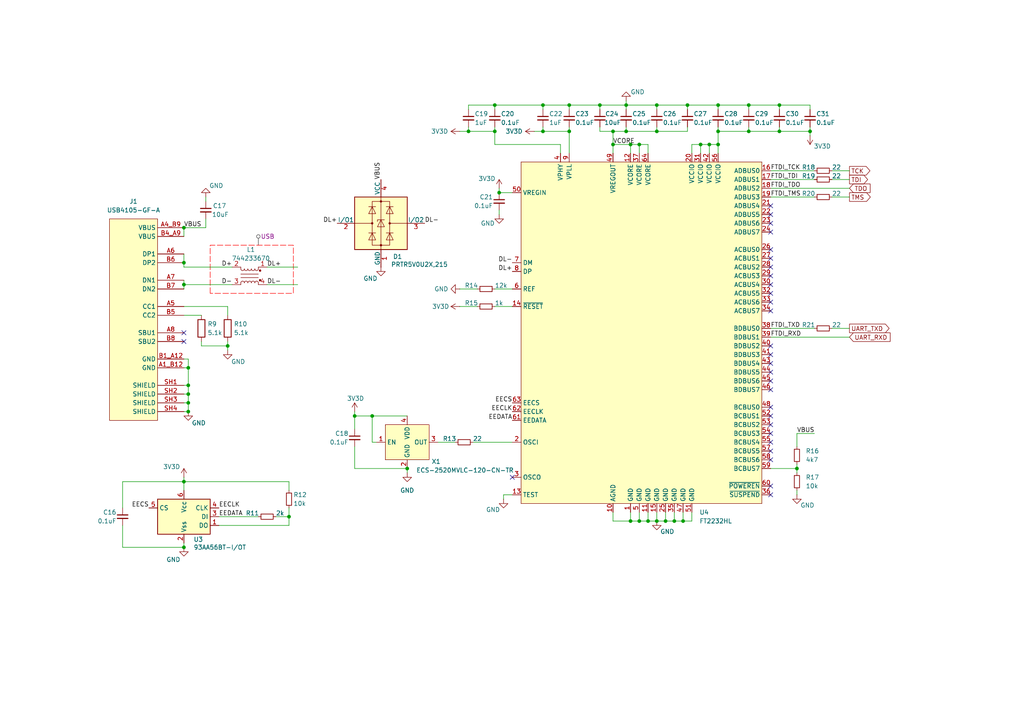
<source format=kicad_sch>
(kicad_sch (version 20250114) (generator "eeschema") (generator_version "9.0")
  (paper "A4")
  (lib_symbols
    (symbol "Device:C_Small" (pin_numbers (hide yes)) (pin_names (offset 0.254) (hide yes))
      (property "Reference" "C" (at 0.254 1.778 0))
      (property "Value" "C_Small" (at 0.254 -2.032 0))
      (symbol "C_Small_0_1"
        (polyline (pts (xy -1.524 0.508) (xy 1.524 0.508)) (stroke (width 0.3048)))
        (polyline (pts (xy -1.524 -0.508) (xy 1.524 -0.508)) (stroke (width 0.3302)))
      )
      (symbol "C_Small_1_1"
        (pin passive line (at 0 2.54 270) (length 2.032) (name "~") (number "1"))
        (pin passive line (at 0 -2.54 90) (length 2.032) (name "~") (number "2"))
      )
    )
    (symbol "Device:R" (pin_numbers (hide yes)) (pin_names (offset 0))
      (property "Reference" "R" (at 2.032 0 90))
      (property "Value" "R" (at 0 0 90))
      (symbol "R_0_1"
        (rectangle (start -1.016 -2.54) (end 1.016 2.54) (stroke (width 0.254)))
      )
      (symbol "R_1_1"
        (pin passive line (at 0 3.81 270) (length 1.27) (name "~") (number "1"))
        (pin passive line (at 0 -3.81 90) (length 1.27) (name "~") (number "2"))
      )
    )
    (symbol "Device:R_Small" (pin_numbers (hide yes)) (pin_names (offset 0.254) (hide yes))
      (property "Reference" "R" (at 0.762 0.508 0))
      (property "Value" "R_Small" (at 0.762 -1.016 0))
      (symbol "R_Small_0_1"
        (rectangle (start -0.762 1.778) (end 0.762 -1.778) (stroke (width 0.2032)))
      )
      (symbol "R_Small_1_1"
        (pin passive line (at 0 2.54 270) (length 0.762) (name "~") (number "1"))
        (pin passive line (at 0 -2.54 90) (length 0.762) (name "~") (number "2"))
      )
    )
    (symbol "Memory_EEPROM:93AAxxBT-xOT"
      (property "Reference" "U" (at -7.62 6.35 0))
      (property "Value" "93AAxxBT-xOT" (at 1.27 6.35 0))
      (symbol "93AAxxBT-xOT_1_1"
        (rectangle (start -7.62 5.08) (end 7.62 -5.08) (stroke (width 0.254)) (fill (type background)))
        (pin input line (at -10.16 2.54 0) (length 2.54) (name "CS") (number "5"))
        (pin power_in line (at 0 7.62 270) (length 2.54) (name "Vcc") (number "6"))
        (pin power_in line (at 0 -7.62 90) (length 2.54) (name "Vss") (number "2"))
        (pin input line (at 10.16 2.54 180) (length 2.54) (name "CLK") (number "4"))
        (pin input line (at 10.16 0 180) (length 2.54) (name "DI") (number "3"))
        (pin tri_state line (at 10.16 -2.54 180) (length 2.54) (name "DO") (number "1"))
      )
    )
    (symbol "Power_Protection:PRTR5V0U2X" (pin_names (offset 0))
      (property "Reference" "D" (at 2.794 8.636 0))
      (property "Value" "PRTR5V0U2X" (at 8.128 -9.398 0))
      (symbol "PRTR5V0U2X_0_1"
        (rectangle (start -7.62 -7.62) (end 7.62 7.62) (stroke (width 0.254)) (fill (type background)))
        (polyline (pts (xy -3.556 2.794) (xy -1.524 2.794) (xy -2.54 4.826) (xy -3.556 2.794)))
        (polyline (pts (xy -3.556 -4.826) (xy -1.524 -4.826) (xy -2.54 -2.794) (xy -3.556 -4.826)))
        (rectangle (start -2.54 6.35) (end 2.54 -6.35))
        (circle (center -2.54 0) (radius 0.254) (fill (type outline)))
        (polyline (pts (xy -2.54 0) (xy -7.62 0)))
        (polyline (pts (xy -1.524 4.826) (xy -3.556 4.826)))
        (polyline (pts (xy -1.524 -2.794) (xy -3.556 -2.794)))
        (polyline (pts (xy -1.016 -1.016) (xy 1.016 -1.016) (xy 0 1.016) (xy -1.016 -1.016)))
        (circle (center 0 6.35) (radius 0.254) (fill (type outline)))
        (circle (center 0 -6.35) (radius 0.254) (fill (type outline)))
        (polyline (pts (xy 0 -7.62) (xy 0 7.62)))
        (polyline (pts (xy 1.016 1.016) (xy -1.016 1.016) (xy -1.016 0.508)))
        (polyline (pts (xy 1.524 4.826) (xy 3.556 4.826)))
        (polyline (pts (xy 1.524 -2.794) (xy 3.556 -2.794)))
        (polyline (pts (xy 2.54 0) (xy 7.62 0)))
        (circle (center 2.54 0) (radius 0.254) (fill (type outline)))
        (polyline (pts (xy 3.556 2.794) (xy 1.524 2.794) (xy 2.54 4.826) (xy 3.556 2.794)))
        (polyline (pts (xy 3.556 -4.826) (xy 1.524 -4.826) (xy 2.54 -2.794) (xy 3.556 -4.826)))
      )
      (symbol "PRTR5V0U2X_1_1"
        (pin passive line (at -12.7 0 0) (length 5.08) (name "I/O1") (number "2"))
        (pin passive line (at 0 12.7 270) (length 5.08) (name "VCC") (number "4"))
        (pin passive line (at 0 -12.7 90) (length 5.08) (name "GND") (number "1"))
        (pin passive line (at 12.7 0 180) (length 5.08) (name "I/O2") (number "3"))
      )
    )
    (symbol "lib:744233670" (pin_names (hide yes))
      (property "Reference" "L?" (at 0 0 0))
      (property "Value" "744233670" (at 0.508 -2.032 0))
      (symbol "744233670_1_1"
        (polyline (pts (xy -2.54 8.89) (xy -2.54 8.382)))
        (polyline (pts (xy -2.54 5.842) (xy 2.54 5.842)))
        (polyline (pts (xy -2.54 4.318) (xy -2.54 3.81)))
        (arc (start -1.524 8.382) (mid -2.032 7.8762) (end -2.54 8.382))
        (arc (start -2.54 4.318) (mid -2.032 4.8238) (end -1.524 4.318))
        (arc (start -0.508 8.382) (mid -1.016 7.8762) (end -1.524 8.382))
        (arc (start -1.524 4.318) (mid -1.016 4.8238) (end -0.508 4.318))
        (arc (start 0.508 8.382) (mid 0 7.8762) (end -0.508 8.382))
        (arc (start -0.508 4.318) (mid 0 4.8238) (end 0.508 4.318))
        (arc (start 1.524 8.382) (mid 1.016 7.8762) (end 0.508 8.382))
        (arc (start 0.508 4.318) (mid 1.016 4.8238) (end 1.524 4.318))
        (arc (start 2.54 8.382) (mid 2.032 7.8762) (end 1.524 8.382))
        (arc (start 1.524 4.318) (mid 2.032 4.8238) (end 2.54 4.318))
        (polyline (pts (xy 2.54 8.382) (xy 2.54 8.89)))
        (polyline (pts (xy 2.54 6.858) (xy -2.54 6.858)))
        (polyline (pts (xy 2.54 4.318) (xy 2.54 3.81)))
        (circle (center 3.048 7.874) (radius 0.254) (fill (type outline)))
        (circle (center 3.048 5.08) (radius 0.254) (fill (type outline)))
        (pin passive line (at -5.08 8.89 0) (length 2.54) (name "2") (number "2"))
        (pin passive line (at -5.08 3.81 0) (length 2.54) (name "3") (number "3"))
        (pin passive line (at 5.08 8.89 180) (length 2.54) (name "1") (number "1"))
        (pin passive line (at 5.08 3.81 180) (length 2.54) (name "4") (number "4"))
      )
    )
    (symbol "lib:ECS-2520MVLC-120"
      (property "Reference" "X?" (at -22.098 -7.112 0))
      (property "Value" "ECS-2520MVLC-120" (at -13.97 -9.906 0))
      (symbol "ECS-2520MVLC-120_1_1"
        (rectangle (start -6.35 5.08) (end 6.35 -5.08) (fill (type background)))
        (pin input line (at -8.89 0 0) (length 2.54) (name "EN") (number "1"))
        (pin power_in line (at 0 7.62 270) (length 2.54) (name "VDD") (number "4"))
        (pin power_in line (at 0 -7.62 90) (length 2.54) (name "GND") (number "2"))
        (pin output line (at 8.89 0 180) (length 2.54) (name "OUT") (number "3"))
      )
    )
    (symbol "lib:FT2232HL"
      (property "Reference" "U?" (at -9.144 -59.182 0))
      (property "Value" "FT2232HL" (at -5.842 -60.96 0))
      (symbol "FT2232HL_1_1"
        (rectangle (start -36.83 57.15) (end 33.02 -41.91) (fill (type background)))
        (pin power_in line (at -39.37 48.26 0) (length 2.54) (name "VREGIN") (number "50"))
        (pin bidirectional line (at -39.37 27.94 0) (length 2.54) (name "DM") (number "7"))
        (pin bidirectional line (at -39.37 25.4 0) (length 2.54) (name "DP") (number "8"))
        (pin input line (at -39.37 20.32 0) (length 2.54) (name "REF") (number "6"))
        (pin input line (at -39.37 15.24 0) (length 2.54) (name "~{RESET}") (number "14"))
        (pin bidirectional line (at -39.37 -12.7 0) (length 2.54) (name "EECS") (number "63"))
        (pin output line (at -39.37 -15.24 0) (length 2.54) (name "EECLK") (number "62"))
        (pin bidirectional line (at -39.37 -17.78 0) (length 2.54) (name "EEDATA") (number "61"))
        (pin input line (at -39.37 -24.13 0) (length 2.54) (name "OSCI") (number "2"))
        (pin output line (at -39.37 -34.29 0) (length 2.54) (name "OSCO") (number "3"))
        (pin input line (at -39.37 -39.37 0) (length 2.54) (name "TEST") (number "13"))
        (pin power_in line (at -25.4 59.69 270) (length 2.54) (name "VPHY") (number "4"))
        (pin power_in line (at -22.86 59.69 270) (length 2.54) (name "VPLL") (number "9"))
        (pin power_out line (at -10.16 59.69 270) (length 2.54) (name "VREGOUT") (number "49"))
        (pin power_in line (at -10.16 -44.45 90) (length 2.54) (name "AGND") (number "10"))
        (pin power_in line (at -5.08 59.69 270) (length 2.54) (name "VCORE") (number "12"))
        (pin power_in line (at -5.08 -44.45 90) (length 2.54) (name "GND") (number "1"))
        (pin power_in line (at -2.54 59.69 270) (length 2.54) (name "VCORE") (number "37"))
        (pin power_in line (at -2.54 -44.45 90) (length 2.54) (name "GND") (number "5"))
        (pin power_in line (at 0 59.69 270) (length 2.54) (name "VCORE") (number "64"))
        (pin power_in line (at 0 -44.45 90) (length 2.54) (name "GND") (number "11"))
        (pin power_in line (at 2.54 -44.45 90) (length 2.54) (name "GND") (number "15"))
        (pin power_in line (at 5.08 -44.45 90) (length 2.54) (name "GND") (number "25"))
        (pin power_in line (at 7.62 -44.45 90) (length 2.54) (name "GND") (number "35"))
        (pin power_in line (at 10.16 -44.45 90) (length 2.54) (name "GND") (number "47"))
        (pin power_in line (at 12.7 59.69 270) (length 2.54) (name "VCCIO") (number "20"))
        (pin power_in line (at 12.7 -44.45 90) (length 2.54) (name "GND") (number "51"))
        (pin power_in line (at 15.24 59.69 270) (length 2.54) (name "VCCIO") (number "31"))
        (pin power_in line (at 17.78 59.69 270) (length 2.54) (name "VCCIO") (number "42"))
        (pin power_in line (at 20.32 59.69 270) (length 2.54) (name "VCCIO") (number "56"))
        (pin bidirectional line (at 35.56 54.61 180) (length 2.54) (name "ADBUS0") (number "16"))
        (pin bidirectional line (at 35.56 52.07 180) (length 2.54) (name "ADBUS1") (number "17"))
        (pin bidirectional line (at 35.56 49.53 180) (length 2.54) (name "ADBUS2") (number "18"))
        (pin bidirectional line (at 35.56 46.99 180) (length 2.54) (name "ADBUS3") (number "19"))
        (pin bidirectional line (at 35.56 44.45 180) (length 2.54) (name "ADBUS4") (number "21"))
        (pin bidirectional line (at 35.56 41.91 180) (length 2.54) (name "ADBUS5") (number "22"))
        (pin bidirectional line (at 35.56 39.37 180) (length 2.54) (name "ADBUS6") (number "23"))
        (pin bidirectional line (at 35.56 36.83 180) (length 2.54) (name "ADBUS7") (number "24"))
        (pin bidirectional line (at 35.56 31.75 180) (length 2.54) (name "ACBUS0") (number "26"))
        (pin bidirectional line (at 35.56 29.21 180) (length 2.54) (name "ACBUS1") (number "27"))
        (pin bidirectional line (at 35.56 26.67 180) (length 2.54) (name "ACBUS2") (number "28"))
        (pin bidirectional line (at 35.56 24.13 180) (length 2.54) (name "ACBUS3") (number "29"))
        (pin bidirectional line (at 35.56 21.59 180) (length 2.54) (name "ACBUS4") (number "30"))
        (pin bidirectional line (at 35.56 19.05 180) (length 2.54) (name "ACBUS5") (number "32"))
        (pin bidirectional line (at 35.56 16.51 180) (length 2.54) (name "ACBUS6") (number "33"))
        (pin bidirectional line (at 35.56 13.97 180) (length 2.54) (name "ACBUS7") (number "34"))
        (pin bidirectional line (at 35.56 8.89 180) (length 2.54) (name "BDBUS0") (number "38"))
        (pin bidirectional line (at 35.56 6.35 180) (length 2.54) (name "BDBUS1") (number "39"))
        (pin bidirectional line (at 35.56 3.81 180) (length 2.54) (name "BDBUS2") (number "40"))
        (pin bidirectional line (at 35.56 1.27 180) (length 2.54) (name "BDBUS3") (number "41"))
        (pin bidirectional line (at 35.56 -1.27 180) (length 2.54) (name "BDBUS4") (number "43"))
        (pin bidirectional line (at 35.56 -3.81 180) (length 2.54) (name "BDBUS5") (number "44"))
        (pin bidirectional line (at 35.56 -6.35 180) (length 2.54) (name "BDBUS6") (number "45"))
        (pin bidirectional line (at 35.56 -8.89 180) (length 2.54) (name "BDBUS7") (number "46"))
        (pin bidirectional line (at 35.56 -13.97 180) (length 2.54) (name "BCBUS0") (number "48"))
        (pin bidirectional line (at 35.56 -16.51 180) (length 2.54) (name "BCBUS1") (number "52"))
        (pin bidirectional line (at 35.56 -19.05 180) (length 2.54) (name "BCBUS2") (number "53"))
        (pin bidirectional line (at 35.56 -21.59 180) (length 2.54) (name "BCBUS3") (number "54"))
        (pin bidirectional line (at 35.56 -24.13 180) (length 2.54) (name "BCBUS4") (number "55"))
        (pin bidirectional line (at 35.56 -26.67 180) (length 2.54) (name "BCBUS5") (number "57"))
        (pin bidirectional line (at 35.56 -29.21 180) (length 2.54) (name "BCBUS6") (number "58"))
        (pin bidirectional line (at 35.56 -31.75 180) (length 2.54) (name "BCBUS7") (number "59"))
        (pin output line (at 35.56 -36.83 180) (length 2.54) (name "~{POWEREN}") (number "60"))
        (pin output line (at 35.56 -39.37 180) (length 2.54) (name "~{SUSPEND}") (number "36"))
      )
    )
    (symbol "lib:USB4105-GF-A"
      (property "Reference" "J?" (at 16.51 -4.572 0))
      (property "Value" "USB4105-GF-A" (at 16.256 -6.604 0))
      (symbol "USB4105-GF-A_1_1"
        (rectangle (start 8.89 55.88) (end 22.86 -2.54) (fill (type background)))
        (pin power_in line (at 30.48 53.34 180) (length 7.62) (name "VBUS") (number "A4_B9"))
        (pin power_in line (at 30.48 50.8 180) (length 7.62) (name "VBUS") (number "B4_A9"))
        (pin bidirectional line (at 30.48 45.72 180) (length 7.62) (name "DP1") (number "A6"))
        (pin bidirectional line (at 30.48 43.18 180) (length 7.62) (name "DP2") (number "B6"))
        (pin bidirectional line (at 30.48 38.1 180) (length 7.62) (name "DN1") (number "A7"))
        (pin bidirectional line (at 30.48 35.56 180) (length 7.62) (name "DN2") (number "B7"))
        (pin input line (at 30.48 30.48 180) (length 7.62) (name "CC1") (number "A5"))
        (pin input line (at 30.48 27.94 180) (length 7.62) (name "CC2") (number "B5"))
        (pin input line (at 30.48 22.86 180) (length 7.62) (name "SBU1") (number "A8"))
        (pin input line (at 30.48 20.32 180) (length 7.62) (name "SBU2") (number "B8"))
        (pin power_in line (at 30.48 15.24 180) (length 7.62) (name "GND") (number "B1_A12"))
        (pin power_in line (at 30.48 12.7 180) (length 7.62) (name "GND") (number "A1_B12"))
        (pin passive line (at 30.48 7.62 180) (length 7.62) (name "SHIELD") (number "SH1"))
        (pin passive line (at 30.48 5.08 180) (length 7.62) (name "SHIELD") (number "SH2"))
        (pin passive line (at 30.48 2.54 180) (length 7.62) (name "SHIELD") (number "SH3"))
        (pin passive line (at 30.48 0 180) (length 7.62) (name "SHIELD") (number "SH4"))
      )
    )
    (symbol "power:+3V3" (power) (pin_numbers (hide yes)) (pin_names (offset 0) (hide yes))
      (property "Value" "+3V3" (at 0 3.556 0))
      (symbol "+3V3_0_1"
        (polyline (pts (xy -0.762 1.27) (xy 0 2.54)))
        (polyline (pts (xy 0 2.54) (xy 0.762 1.27)))
        (polyline (pts (xy 0 0) (xy 0 2.54)))
      )
      (symbol "+3V3_1_1"
        (pin power_in line (at 0 0 90) (length 0) (name "~") (number "1"))
      )
    )
    (symbol "power:GND" (power) (pin_numbers (hide yes)) (pin_names (offset 0) (hide yes))
      (property "Value" "GND" (at 0 -3.81 0))
      (symbol "GND_0_1"
        (polyline (pts (xy 0 0) (xy 0 -1.27) (xy 1.27 -1.27) (xy 0 -2.54) (xy -1.27 -1.27) (xy 0 -1.27)))
      )
      (symbol "GND_1_1"
        (pin power_in line (at 0 0 270) (length 0) (name "~") (number "1"))
      )
    )
  )
  (junction (at 199.39 30.48))
  (junction (at 182.88 41.91))
  (junction (at 53.34 66.04))
  (junction (at 102.87 120.65))
  (junction (at 53.34 76.2))
  (junction (at 190.5 38.1))
  (junction (at 190.5 151.13))
  (junction (at 157.48 30.48))
  (junction (at 165.1 30.48))
  (junction (at 185.42 151.13))
  (junction (at 198.12 151.13))
  (junction (at 157.48 38.1))
  (junction (at 234.95 38.1))
  (junction (at 173.99 30.48))
  (junction (at 165.1 38.1))
  (junction (at 181.61 38.1))
  (junction (at 54.61 106.68))
  (junction (at 217.17 38.1))
  (junction (at 54.61 111.76))
  (junction (at 208.28 38.1))
  (junction (at 53.34 82.55))
  (junction (at 144.78 55.88))
  (junction (at 54.61 114.3))
  (junction (at 53.34 139.7))
  (junction (at 143.51 30.48))
  (junction (at 177.8 38.1))
  (junction (at 54.61 119.38))
  (junction (at 53.34 158.75))
  (junction (at 118.11 135.89))
  (junction (at 135.89 38.1))
  (junction (at 193.04 151.13))
  (junction (at 66.04 100.33))
  (junction (at 190.5 30.48))
  (junction (at 231.14 135.89))
  (junction (at 205.74 41.91))
  (junction (at 203.2 41.91))
  (junction (at 208.28 41.91))
  (junction (at 187.96 151.13))
  (junction (at 83.82 149.86))
  (junction (at 177.8 41.91))
  (junction (at 208.28 30.48))
  (junction (at 143.51 38.1))
  (junction (at 226.06 38.1))
  (junction (at 182.88 151.13))
  (junction (at 181.61 30.48))
  (junction (at 54.61 116.84))
  (junction (at 195.58 151.13))
  (junction (at 107.95 120.65))
  (junction (at 185.42 41.91))
  (junction (at 217.17 30.48))
  (junction (at 226.06 30.48))
  (no_connect (at 223.52 130.81))
  (no_connect (at 223.52 143.51))
  (no_connect (at 223.52 59.69))
  (no_connect (at 223.52 77.47))
  (no_connect (at 223.52 123.19))
  (no_connect (at 53.34 96.52))
  (no_connect (at 223.52 128.27))
  (no_connect (at 223.52 80.01))
  (no_connect (at 223.52 100.33))
  (no_connect (at 223.52 133.35))
  (no_connect (at 223.52 62.23))
  (no_connect (at 148.59 138.43))
  (no_connect (at 223.52 82.55))
  (no_connect (at 223.52 125.73))
  (no_connect (at 223.52 140.97))
  (no_connect (at 223.52 102.87))
  (no_connect (at 223.52 87.63))
  (no_connect (at 223.52 64.77))
  (no_connect (at 223.52 90.17))
  (no_connect (at 223.52 118.11))
  (no_connect (at 223.52 120.65))
  (no_connect (at 223.52 74.93))
  (no_connect (at 223.52 105.41))
  (no_connect (at 223.52 107.95))
  (no_connect (at 223.52 67.31))
  (no_connect (at 223.52 85.09))
  (no_connect (at 223.52 72.39))
  (no_connect (at 223.52 110.49))
  (no_connect (at 53.34 99.06))
  (no_connect (at 223.52 113.03))
  (wire (pts (xy 217.17 36.83) (xy 217.17 38.1)))
  (wire (pts (xy 54.61 114.3) (xy 54.61 116.84)))
  (wire (pts (xy 102.87 120.65) (xy 102.87 124.46)))
  (wire (pts (xy 143.51 30.48) (xy 157.48 30.48)))
  (wire (pts (xy 173.99 30.48) (xy 181.61 30.48)))
  (wire (pts (xy 200.66 41.91) (xy 203.2 41.91)))
  (wire (pts (xy 208.28 41.91) (xy 208.28 44.45)))
  (wire (pts (xy 53.34 81.28) (xy 53.34 82.55)))
  (wire (pts (xy 185.42 148.59) (xy 185.42 151.13)))
  (wire (pts (xy 157.48 31.75) (xy 157.48 30.48)))
  (wire (pts (xy 208.28 30.48) (xy 217.17 30.48)))
  (wire (pts (xy 205.74 41.91) (xy 208.28 41.91)))
  (wire (pts (xy 190.5 30.48) (xy 190.5 31.75)))
  (wire (pts (xy 63.5 149.86) (xy 74.93 149.86)))
  (wire (pts (xy 182.88 41.91) (xy 177.8 41.91)))
  (wire (pts (xy 157.48 38.1) (xy 165.1 38.1)))
  (wire (pts (xy 53.34 116.84) (xy 54.61 116.84)))
  (wire (pts (xy 165.1 30.48) (xy 165.1 31.75)))
  (wire (pts (xy 199.39 30.48) (xy 199.39 31.75)))
  (wire (pts (xy 133.35 88.9) (xy 138.43 88.9)))
  (wire (pts (xy 200.66 151.13) (xy 200.66 148.59)))
  (wire (pts (xy 143.51 88.9) (xy 148.59 88.9)))
  (wire (pts (xy 193.04 148.59) (xy 193.04 151.13)))
  (wire (pts (xy 35.56 147.32) (xy 35.56 139.7)))
  (wire (pts (xy 241.3 57.15) (xy 246.38 57.15)))
  (wire (pts (xy 59.69 66.04) (xy 59.69 63.5)))
  (wire (pts (xy 223.52 49.53) (xy 236.22 49.53)))
  (wire (pts (xy 177.8 38.1) (xy 177.8 41.91)))
  (wire (pts (xy 234.95 36.83) (xy 234.95 38.1)))
  (wire (pts (xy 66.04 99.06) (xy 66.04 100.33)))
  (wire (pts (xy 53.34 106.68) (xy 54.61 106.68)))
  (wire (pts (xy 144.78 55.88) (xy 148.59 55.88)))
  (wire (pts (xy 187.96 44.45) (xy 187.96 41.91)))
  (wire (pts (xy 187.96 148.59) (xy 187.96 151.13)))
  (wire (pts (xy 54.61 111.76) (xy 54.61 114.3)))
  (wire (pts (xy 133.35 38.1) (xy 135.89 38.1)))
  (wire (pts (xy 223.52 52.07) (xy 236.22 52.07)))
  (wire (pts (xy 53.34 82.55) (xy 67.31 82.55)))
  (wire (pts (xy 83.82 139.7) (xy 83.82 142.24)))
  (wire (pts (xy 190.5 36.83) (xy 190.5 38.1)))
  (wire (pts (xy 53.34 142.24) (xy 53.34 139.7)))
  (wire (pts (xy 195.58 151.13) (xy 198.12 151.13)))
  (wire (pts (xy 181.61 30.48) (xy 181.61 31.75)))
  (wire (pts (xy 187.96 151.13) (xy 190.5 151.13)))
  (wire (pts (xy 190.5 151.13) (xy 193.04 151.13)))
  (wire (pts (xy 185.42 41.91) (xy 182.88 41.91)))
  (wire (pts (xy 53.34 91.44) (xy 58.42 91.44)))
  (wire (pts (xy 177.8 151.13) (xy 182.88 151.13)))
  (wire (pts (xy 177.8 38.1) (xy 173.99 38.1)))
  (wire (pts (xy 53.34 111.76) (xy 54.61 111.76)))
  (wire (pts (xy 53.34 114.3) (xy 54.61 114.3)))
  (wire (pts (xy 66.04 88.9) (xy 66.04 91.44)))
  (wire (pts (xy 231.14 125.73) (xy 236.22 125.73)))
  (wire (pts (xy 199.39 36.83) (xy 199.39 38.1)))
  (wire (pts (xy 59.69 57.15) (xy 59.69 58.42)))
  (wire (pts (xy 241.3 49.53) (xy 246.38 49.53)))
  (wire (pts (xy 53.34 158.75) (xy 53.34 157.48)))
  (wire (pts (xy 226.06 36.83) (xy 226.06 38.1)))
  (wire (pts (xy 205.74 41.91) (xy 205.74 44.45)))
  (wire (pts (xy 80.01 149.86) (xy 83.82 149.86)))
  (wire (pts (xy 157.48 36.83) (xy 157.48 38.1)))
  (wire (pts (xy 190.5 30.48) (xy 199.39 30.48)))
  (wire (pts (xy 53.34 82.55) (xy 53.34 83.82)))
  (wire (pts (xy 77.47 82.55) (xy 86.36 82.55)))
  (wire (pts (xy 190.5 148.59) (xy 190.5 151.13)))
  (wire (pts (xy 185.42 41.91) (xy 185.42 44.45)))
  (wire (pts (xy 182.88 151.13) (xy 185.42 151.13)))
  (wire (pts (xy 234.95 30.48) (xy 234.95 31.75)))
  (wire (pts (xy 143.51 83.82) (xy 148.59 83.82)))
  (wire (pts (xy 223.52 95.25) (xy 236.22 95.25)))
  (wire (pts (xy 58.42 99.06) (xy 58.42 100.33)))
  (wire (pts (xy 165.1 38.1) (xy 165.1 44.45)))
  (wire (pts (xy 162.56 44.45) (xy 162.56 41.91)))
  (wire (pts (xy 231.14 129.54) (xy 231.14 125.73)))
  (wire (pts (xy 198.12 148.59) (xy 198.12 151.13)))
  (wire (pts (xy 102.87 135.89) (xy 118.11 135.89)))
  (wire (pts (xy 226.06 30.48) (xy 226.06 31.75)))
  (wire (pts (xy 148.59 143.51) (xy 146.05 143.51)))
  (wire (pts (xy 182.88 148.59) (xy 182.88 151.13)))
  (wire (pts (xy 58.42 100.33) (xy 66.04 100.33)))
  (wire (pts (xy 231.14 135.89) (xy 231.14 134.62)))
  (wire (pts (xy 223.52 54.61) (xy 246.38 54.61)))
  (wire (pts (xy 181.61 38.1) (xy 177.8 38.1)))
  (wire (pts (xy 234.95 39.37) (xy 234.95 38.1)))
  (wire (pts (xy 35.56 158.75) (xy 53.34 158.75)))
  (wire (pts (xy 226.06 30.48) (xy 234.95 30.48)))
  (wire (pts (xy 83.82 149.86) (xy 83.82 147.32)))
  (wire (pts (xy 53.34 88.9) (xy 66.04 88.9)))
  (wire (pts (xy 203.2 41.91) (xy 205.74 41.91)))
  (wire (pts (xy 162.56 41.91) (xy 143.51 41.91)))
  (wire (pts (xy 54.61 104.14) (xy 54.61 106.68)))
  (wire (pts (xy 199.39 30.48) (xy 208.28 30.48)))
  (wire (pts (xy 102.87 120.65) (xy 107.95 120.65)))
  (wire (pts (xy 203.2 41.91) (xy 203.2 44.45)))
  (wire (pts (xy 53.34 77.47) (xy 67.31 77.47)))
  (wire (pts (xy 208.28 38.1) (xy 208.28 41.91)))
  (wire (pts (xy 157.48 30.48) (xy 165.1 30.48)))
  (wire (pts (xy 226.06 38.1) (xy 217.17 38.1)))
  (wire (pts (xy 144.78 62.23) (xy 144.78 60.96)))
  (wire (pts (xy 109.22 128.27) (xy 107.95 128.27)))
  (wire (pts (xy 231.14 143.51) (xy 231.14 142.24)))
  (wire (pts (xy 231.14 137.16) (xy 231.14 135.89)))
  (wire (pts (xy 154.94 38.1) (xy 157.48 38.1)))
  (wire (pts (xy 102.87 119.38) (xy 102.87 120.65)))
  (wire (pts (xy 177.8 148.59) (xy 177.8 151.13)))
  (wire (pts (xy 63.5 152.4) (xy 83.82 152.4)))
  (wire (pts (xy 190.5 38.1) (xy 181.61 38.1)))
  (wire (pts (xy 177.8 41.91) (xy 177.8 44.45)))
  (wire (pts (xy 133.35 83.82) (xy 138.43 83.82)))
  (wire (pts (xy 181.61 29.21) (xy 181.61 30.48)))
  (wire (pts (xy 181.61 30.48) (xy 190.5 30.48)))
  (wire (pts (xy 135.89 36.83) (xy 135.89 38.1)))
  (wire (pts (xy 144.78 54.61) (xy 144.78 55.88)))
  (wire (pts (xy 107.95 120.65) (xy 118.11 120.65)))
  (wire (pts (xy 173.99 36.83) (xy 173.99 38.1)))
  (wire (pts (xy 173.99 31.75) (xy 173.99 30.48)))
  (wire (pts (xy 217.17 30.48) (xy 226.06 30.48)))
  (wire (pts (xy 193.04 151.13) (xy 195.58 151.13)))
  (wire (pts (xy 77.47 77.47) (xy 86.36 77.47)))
  (wire (pts (xy 208.28 31.75) (xy 208.28 30.48)))
  (wire (pts (xy 165.1 30.48) (xy 173.99 30.48)))
  (wire (pts (xy 54.61 116.84) (xy 54.61 119.38)))
  (wire (pts (xy 208.28 36.83) (xy 208.28 38.1)))
  (wire (pts (xy 66.04 101.6) (xy 66.04 100.33)))
  (wire (pts (xy 187.96 41.91) (xy 185.42 41.91)))
  (wire (pts (xy 217.17 38.1) (xy 208.28 38.1)))
  (wire (pts (xy 53.34 73.66) (xy 53.34 76.2)))
  (wire (pts (xy 143.51 30.48) (xy 143.51 31.75)))
  (wire (pts (xy 223.52 97.79) (xy 246.38 97.79)))
  (wire (pts (xy 137.16 128.27) (xy 148.59 128.27)))
  (wire (pts (xy 165.1 38.1) (xy 165.1 36.83)))
  (wire (pts (xy 135.89 31.75) (xy 135.89 30.48)))
  (wire (pts (xy 143.51 38.1) (xy 143.51 36.83)))
  (wire (pts (xy 35.56 139.7) (xy 53.34 139.7)))
  (wire (pts (xy 199.39 38.1) (xy 190.5 38.1)))
  (wire (pts (xy 53.34 139.7) (xy 83.82 139.7)))
  (wire (pts (xy 135.89 30.48) (xy 143.51 30.48)))
  (wire (pts (xy 198.12 151.13) (xy 200.66 151.13)))
  (wire (pts (xy 53.34 66.04) (xy 53.34 68.58)))
  (wire (pts (xy 182.88 41.91) (xy 182.88 44.45)))
  (wire (pts (xy 146.05 143.51) (xy 146.05 144.78)))
  (wire (pts (xy 195.58 148.59) (xy 195.58 151.13)))
  (wire (pts (xy 118.11 137.16) (xy 118.11 135.89)))
  (wire (pts (xy 135.89 38.1) (xy 143.51 38.1)))
  (wire (pts (xy 185.42 151.13) (xy 187.96 151.13)))
  (wire (pts (xy 217.17 30.48) (xy 217.17 31.75)))
  (wire (pts (xy 223.52 57.15) (xy 236.22 57.15)))
  (wire (pts (xy 35.56 152.4) (xy 35.56 158.75)))
  (wire (pts (xy 102.87 129.54) (xy 102.87 135.89)))
  (wire (pts (xy 143.51 41.91) (xy 143.51 38.1)))
  (wire (pts (xy 127 128.27) (xy 132.08 128.27)))
  (wire (pts (xy 53.34 138.43) (xy 53.34 139.7)))
  (wire (pts (xy 54.61 106.68) (xy 54.61 111.76)))
  (wire (pts (xy 181.61 36.83) (xy 181.61 38.1)))
  (wire (pts (xy 53.34 104.14) (xy 54.61 104.14)))
  (wire (pts (xy 241.3 95.25) (xy 246.38 95.25)))
  (wire (pts (xy 83.82 152.4) (xy 83.82 149.86)))
  (wire (pts (xy 53.34 66.04) (xy 59.69 66.04)))
  (wire (pts (xy 234.95 38.1) (xy 226.06 38.1)))
  (wire (pts (xy 241.3 52.07) (xy 246.38 52.07)))
  (wire (pts (xy 54.61 119.38) (xy 53.34 119.38)))
  (wire (pts (xy 223.52 135.89) (xy 231.14 135.89)))
  (wire (pts (xy 107.95 128.27) (xy 107.95 120.65)))
  (wire (pts (xy 53.34 76.2) (xy 53.34 77.47)))
  (wire (pts (xy 200.66 44.45) (xy 200.66 41.91)))
  (label "FTDI_TXD" (at 223.52 95.25 0))
  (label "DL-" (at 148.59 76.2 180))
  (label "FTDI_TMS" (at 223.52 57.15 0))
  (label "DL+" (at 77.47 77.47 0))
  (label "VBUS" (at 231.14 125.73 0))
  (label "D+" (at 67.31 77.47 180))
  (label "DL-" (at 77.47 82.55 0))
  (label "EECS" (at 43.18 147.32 180))
  (label "DL+" (at 97.79 64.77 180))
  (label "FTDI_TDO" (at 223.52 54.61 0))
  (label "VCORE" (at 177.8 41.91 0))
  (label "FTDI_RXD" (at 223.52 97.79 0))
  (label "DL-" (at 123.19 64.77 0))
  (label "EEDATA" (at 148.59 121.92 180))
  (label "DL+" (at 148.59 78.74 180))
  (label "EECLK" (at 63.5 147.32 0))
  (label "VBUS" (at 53.34 66.04 0))
  (label "FTDI_TCK" (at 223.52 49.53 0))
  (label "D-" (at 67.31 82.55 180))
  (label "FTDI_TDI" (at 223.52 52.07 0))
  (label "EECS" (at 148.59 116.84 180))
  (label "EECLK" (at 148.59 119.38 180))
  (label "EEDATA" (at 63.5 149.86 0))
  (label "VBUS" (at 110.49 52.07 90))
  (global_label "TDO" (shape input) (at 246.38 54.61 0) (property "Intersheetrefs" "${INTERSHEET_REFS}" (effects (hide yes))))
  (global_label "TCK" (shape output) (at 246.38 49.53 0) (property "Intersheetrefs" "${INTERSHEET_REFS}" (effects (hide yes))))
  (global_label "UART_RXD" (shape input) (at 246.38 97.79 0) (property "Intersheetrefs" "${INTERSHEET_REFS}" (effects (hide yes))))
  (global_label "UART_TXD" (shape output) (at 246.38 95.25 0) (property "Intersheetrefs" "${INTERSHEET_REFS}" (effects (hide yes))))
  (global_label "TMS" (shape output) (at 246.38 57.15 0) (property "Intersheetrefs" "${INTERSHEET_REFS}" (effects (hide yes))))
  (global_label "TDI" (shape output) (at 246.38 52.07 0) (property "Intersheetrefs" "${INTERSHEET_REFS}" (effects (hide yes))))
  (rule_area (polyline (pts (xy 60.96 85.09) (xy 60.96 71.12) (xy 85.09 71.12) (xy 85.09 85.09)) (stroke (width 0) (type dash))))
  (netclass_flag "" (length 2.54) (shape round) (at 74.93 71.12 0) (property "Netclass" "USB" (at 75.6285 68.58 0) (effects (justify left))))
  (symbol (lib_id "power:GND") (at 133.35 83.82 270) (unit 1)
    (property "Reference" "#PWR026" (effects (hide yes)))
    (property "Value" "GND" (at 130.048 83.82 90) (effects (justify right)))
    (property "Description" "Power symbol creates a global label with name \"GND\" , ground" (effects (hide yes)))
  )
  (symbol (lib_id "Device:R_Small") (at 231.14 139.7 0) (unit 1)
    (property "Reference" "R17" (at 233.68 138.4299 0) (effects (justify left)))
    (property "Value" "10k" (at 233.68 140.9699 0) (effects (justify left)))
    (property "Footprint" "Resistor_SMD:R_0603_1608Metric" (effects (hide yes)))
    (property "Description" "10 kOhms ±1% 0.1W, 1/10W Chip Resistor 0603 (1608 Metric) Automotive AEC-Q200 Thick Film" (effects (hide yes)))
    (property "M" "VISHAY" (effects (hide yes)))
    (property "MPN" "CRCW060310K0FKEA" (effects (hide yes)))
  )
  (symbol (lib_id "power:+3V3") (at 144.78 54.61 0) (mirror y) (unit 1)
    (property "Reference" "#PWR028" (effects (hide yes)))
    (property "Value" "3V3D" (at 141.224 51.816 0))
    (property "Description" "Power symbol creates a global label with name \"+3V3\"" (effects (hide yes)))
  )
  (symbol (lib_id "Device:R_Small") (at 231.14 132.08 0) (unit 1)
    (property "Reference" "R16" (at 233.68 130.8099 0) (effects (justify left)))
    (property "Value" "4k7" (at 233.68 133.3499 0) (effects (justify left)))
    (property "Footprint" "Resistor_SMD:R_0603_1608Metric" (effects (hide yes)))
    (property "Description" "4.7 kOhms ±1% 0.1W, 1/10W Chip Resistor 0603 (1608 Metric) Automotive AEC-Q200 Thick Film" (effects (hide yes)))
    (property "M" "VISHAY" (effects (hide yes)))
    (property "MPN" "CRCW06034K70FKEA" (effects (hide yes)))
  )
  (symbol (lib_id "Device:C_Small") (at 208.28 34.29 0) (unit 1)
    (property "Reference" "C28" (at 210.058 33.02 0) (effects (justify left)))
    (property "Value" "0.1uF" (at 210.058 35.56 0) (effects (justify left)))
    (property "Footprint" "Capacitor_SMD:C_0402_1005Metric" (effects (hide yes)))
    (property "Description" "0.1 µF ±10% 50V Ceramic Capacitor X7R 0402 (1005 Metric)" (effects (hide yes)))
    (property "M" "MURATA" (effects (hide yes)))
    (property "MPN" "GCM155R71H104KE02J" (effects (hide yes)))
  )
  (symbol (lib_id "lib:USB4105-GF-A") (at 22.86 119.38 0) (unit 1)
    (property "Reference" "J1" (at 38.735 58.42 0))
    (property "Value" "USB4105-GF-A" (at 38.735 60.96 0))
    (property "Footprint" "lib:USB4105-GF-A" (effects (hide yes)))
    (property "Description" "USB-C (USB TYPE-C) USB 2.0 Receptacle Connector 24 (16+8 Dummy) Position Surface Mount, Right Angle; Through Hole" (effects (hide yes)))
    (property "M" "GCT" (effects (hide yes)))
    (property "MPN" "USB4105-GF-A" (effects (hide yes)))
  )
  (symbol (lib_id "Device:C_Small") (at 35.56 149.86 0) (mirror y) (unit 1)
    (property "Reference" "C16" (at 33.782 148.59 0) (effects (justify left)))
    (property "Value" "0.1uF" (at 33.782 151.13 0) (effects (justify left)))
    (property "Footprint" "Capacitor_SMD:C_0402_1005Metric" (effects (hide yes)))
    (property "Description" "0.1 µF ±10% 50V Ceramic Capacitor X7R 0402 (1005 Metric)" (effects (hide yes)))
    (property "M" "MURATA" (effects (hide yes)))
    (property "MPN" "GCM155R71H104KE02J" (effects (hide yes)))
  )
  (symbol (lib_id "Device:C_Small") (at 102.87 127 0) (mirror y) (unit 1)
    (property "Reference" "C18" (at 101.092 125.73 0) (effects (justify left)))
    (property "Value" "0.1uF" (at 101.092 128.27 0) (effects (justify left)))
    (property "Footprint" "Capacitor_SMD:C_0402_1005Metric" (effects (hide yes)))
    (property "Description" "0.1 µF ±10% 50V Ceramic Capacitor X7R 0402 (1005 Metric)" (effects (hide yes)))
    (property "M" "MURATA" (effects (hide yes)))
    (property "MPN" "GCM155R71H104KE02J" (effects (hide yes)))
  )
  (symbol (lib_id "Device:R_Small") (at 238.76 95.25 90) (unit 1)
    (property "Reference" "R21" (at 236.474 94.234 90) (effects (justify left)))
    (property "Value" "22" (at 241.3 94.234 90) (effects (justify right)))
    (property "Footprint" "Resistor_SMD:R_0805_2012Metric" (effects (hide yes)))
    (property "Description" "22 Ohms ±1% 0.5W, 1/2W Chip Resistor 0805 (2012 Metric) Automotive AEC-Q200, Pulse Withstanding Thick Film" (effects (hide yes)))
    (property "M" "VISHAY" (effects (hide yes)))
    (property "MPN" "CRCW080522R0FKEAHP" (effects (hide yes)))
  )
  (symbol (lib_id "power:+3V3") (at 133.35 38.1 90) (mirror x) (unit 1)
    (property "Reference" "#PWR025" (effects (hide yes)))
    (property "Value" "3V3D" (at 127.508 38.1 90))
    (property "Description" "Power symbol creates a global label with name \"+3V3\"" (effects (hide yes)))
  )
  (symbol (lib_id "lib:744233670") (at 72.39 86.36 0) (unit 1)
    (property "Reference" "L1" (at 72.771 72.39 0))
    (property "Value" "744233670" (at 72.771 74.93 0))
    (property "Footprint" "lib:744233670" (effects (hide yes)))
    (property "Description" "2 Line Common Mode Choke Surface Mount 67 Ohms 320mA DCR 240mOhm" (effects (hide yes)))
    (property "M" "WURTH" (effects (hide yes)))
    (property "MPN" "744233670" (effects (hide yes)))
  )
  (symbol (lib_id "Device:R_Small") (at 77.47 149.86 90) (unit 1)
    (property "Reference" "R11" (at 75.184 148.844 90) (effects (justify left)))
    (property "Value" "2k" (at 80.01 148.844 90) (effects (justify right)))
    (property "Footprint" "Resistor_SMD:R_0603_1608Metric" (effects (hide yes)))
    (property "Description" "2 kOhms ±1% 0.1W, 1/10W Chip Resistor 0603 (1608 Metric) Automotive AEC-Q200 Thick Film" (effects (hide yes)))
    (property "M" "VISHAY" (effects (hide yes)))
    (property "MPN" "CRCW06032K00FKEA" (effects (hide yes)))
  )
  (symbol (lib_id "Device:R_Small") (at 140.97 88.9 90) (unit 1)
    (property "Reference" "R15" (at 138.684 87.884 90) (effects (justify left)))
    (property "Value" "1k" (at 143.51 87.884 90) (effects (justify right)))
    (property "Footprint" "Resistor_SMD:R_0603_1608Metric" (effects (hide yes)))
    (property "Description" "1 kOhms ±1% 0.1W, 1/10W Chip Resistor 0603 (1608 Metric) Automotive AEC-Q200 Thick Film" (effects (hide yes)))
    (property "M" "VISHAY" (effects (hide yes)))
    (property "MPN" "CRCW06031K00FKEA" (effects (hide yes)))
  )
  (symbol (lib_id "power:+3V3") (at 234.95 39.37 0) (mirror x) (unit 1)
    (property "Reference" "#PWR035" (effects (hide yes)))
    (property "Value" "3V3D" (at 238.506 42.418 0))
    (property "Description" "Power symbol creates a global label with name \"+3V3\"" (effects (hide yes)))
  )
  (symbol (lib_id "power:GND") (at 59.69 57.15 180) (unit 1)
    (property "Reference" "#PWR020" (effects (hide yes)))
    (property "Value" "GND" (at 62.738 53.848 0))
    (property "Description" "Power symbol creates a global label with name \"GND\" , ground" (effects (hide yes)))
  )
  (symbol (lib_id "Device:C_Small") (at 173.99 34.29 0) (unit 1)
    (property "Reference" "C24" (at 175.514 33.02 0) (effects (justify left)))
    (property "Value" "10uF" (at 175.26 35.56 0) (effects (justify left)))
    (property "Footprint" "Capacitor_SMD:C_1206_3216Metric" (effects (hide yes)))
    (property "Description" "10 µF ±10% 35V Ceramic Capacitor X7R 1206 (3216 Metric)" (effects (hide yes)))
    (property "M" "TAIYO" (effects (hide yes)))
    (property "MPN" "GMK316AB7106KL-TR" (effects (hide yes)))
  )
  (symbol (lib_id "Device:C_Small") (at 59.69 60.96 0) (unit 1)
    (property "Reference" "C17" (at 61.722 59.69 0) (effects (justify left)))
    (property "Value" "10uF" (at 61.468 62.23 0) (effects (justify left)))
    (property "Footprint" "Capacitor_SMD:C_1206_3216Metric" (effects (hide yes)))
    (property "Description" "10 µF ±10% 35V Ceramic Capacitor X7R 1206 (3216 Metric)" (effects (hide yes)))
    (property "M" "TAIYO" (effects (hide yes)))
    (property "MPN" "GMK316AB7106KL-TR" (effects (hide yes)))
  )
  (symbol (lib_id "Device:R") (at 58.42 95.25 0) (unit 1)
    (property "Reference" "R9" (at 60.198 93.98 0) (effects (justify left)))
    (property "Value" "5.1k" (at 60.198 96.52 0) (effects (justify left)))
    (property "Footprint" "Resistor_SMD:R_0603_1608Metric" (effects (hide yes)))
    (property "Description" "5.1 kOhms ±1% 0.1W, 1/10W Chip Resistor 0603 (1608 Metric) Automotive AEC-Q200 Thick Film" (effects (hide yes)))
    (property "M" "VISHAY" (effects (hide yes)))
    (property "MPN" "CRCW06035K10FKEA" (effects (hide yes)))
  )
  (symbol (lib_id "Device:C_Small") (at 199.39 34.29 0) (unit 1)
    (property "Reference" "C27" (at 201.168 33.02 0) (effects (justify left)))
    (property "Value" "0.1uF" (at 201.168 35.56 0) (effects (justify left)))
    (property "Footprint" "Capacitor_SMD:C_0402_1005Metric" (effects (hide yes)))
    (property "Description" "0.1 µF ±10% 50V Ceramic Capacitor X7R 0402 (1005 Metric)" (effects (hide yes)))
    (property "M" "MURATA" (effects (hide yes)))
    (property "MPN" "GCM155R71H104KE02J" (effects (hide yes)))
  )
  (symbol (lib_id "Device:C_Small") (at 234.95 34.29 0) (unit 1)
    (property "Reference" "C31" (at 236.728 33.02 0) (effects (justify left)))
    (property "Value" "0.1uF" (at 236.728 35.56 0) (effects (justify left)))
    (property "Footprint" "Capacitor_SMD:C_0402_1005Metric" (effects (hide yes)))
    (property "Description" "0.1 µF ±10% 50V Ceramic Capacitor X7R 0402 (1005 Metric)" (effects (hide yes)))
    (property "M" "MURATA" (effects (hide yes)))
    (property "MPN" "GCM155R71H104KE02J" (effects (hide yes)))
  )
  (symbol (lib_id "Device:C_Small") (at 135.89 34.29 0) (unit 1)
    (property "Reference" "C19" (at 137.668 33.02 0) (effects (justify left)))
    (property "Value" "1uF" (at 137.668 35.56 0) (effects (justify left)))
    (property "Footprint" "LED_SMD:LED_0805_2012Metric" (effects (hide yes)))
    (property "Description" "1 µF ±10% 50V Ceramic Capacitor X7R 0805 (2012 Metric)" (effects (hide yes)))
    (property "M" "MURATA" (effects (hide yes)))
    (property "MPN" "GCM21BR71H105KA03L" (effects (hide yes)))
  )
  (symbol (lib_id "power:GND") (at 54.61 119.38 0) (mirror y) (unit 1)
    (property "Reference" "#PWR019" (effects (hide yes)))
    (property "Value" "GND" (at 57.658 122.682 0))
    (property "Description" "Power symbol creates a global label with name \"GND\" , ground" (effects (hide yes)))
  )
  (symbol (lib_id "Device:R_Small") (at 134.62 128.27 90) (unit 1)
    (property "Reference" "R13" (at 132.334 127.254 90) (effects (justify left)))
    (property "Value" "22" (at 137.16 127.254 90) (effects (justify right)))
    (property "Footprint" "Resistor_SMD:R_0805_2012Metric" (effects (hide yes)))
    (property "Description" "22 Ohms ±1% 0.5W, 1/2W Chip Resistor 0805 (2012 Metric) Automotive AEC-Q200, Pulse Withstanding Thick Film" (effects (hide yes)))
    (property "M" "VISHAY" (effects (hide yes)))
    (property "MPN" "CRCW080522R0FKEAHP" (effects (hide yes)))
  )
  (symbol (lib_id "Device:R_Small") (at 83.82 144.78 0) (unit 1)
    (property "Reference" "R12" (at 85.09 143.51 0) (effects (justify left)))
    (property "Value" "10k" (at 85.09 146.05 0) (effects (justify left)))
    (property "Footprint" "Resistor_SMD:R_0603_1608Metric" (effects (hide yes)))
    (property "Description" "10 kOhms ±1% 0.1W, 1/10W Chip Resistor 0603 (1608 Metric) Automotive AEC-Q200 Thick Film" (effects (hide yes)))
    (property "M" "VISHAY" (effects (hide yes)))
    (property "MPN" "CRCW060310K0FKEA" (effects (hide yes)))
  )
  (symbol (lib_id "power:GND") (at 53.34 158.75 0) (unit 1)
    (property "Reference" "#PWR018" (effects (hide yes)))
    (property "Value" "GND" (at 50.292 162.306 0))
    (property "Description" "Power symbol creates a global label with name \"GND\" , ground" (effects (hide yes)))
  )
  (symbol (lib_id "power:GND") (at 66.04 101.6 0) (mirror y) (unit 1)
    (property "Reference" "#PWR021" (effects (hide yes)))
    (property "Value" "GND" (at 69.088 104.902 0))
    (property "Description" "Power symbol creates a global label with name \"GND\" , ground" (effects (hide yes)))
  )
  (symbol (lib_id "power:GND") (at 181.61 29.21 180) (unit 1)
    (property "Reference" "#PWR032" (effects (hide yes)))
    (property "Value" "GND" (at 182.88 26.67 0) (effects (justify right)))
    (property "Description" "Power symbol creates a global label with name \"GND\" , ground" (effects (hide yes)))
  )
  (symbol (lib_id "Device:C_Small") (at 190.5 34.29 0) (unit 1)
    (property "Reference" "C26" (at 192.278 33.02 0) (effects (justify left)))
    (property "Value" "0.1uF" (at 192.278 35.56 0) (effects (justify left)))
    (property "Footprint" "Capacitor_SMD:C_0402_1005Metric" (effects (hide yes)))
    (property "Description" "0.1 µF ±10% 50V Ceramic Capacitor X7R 0402 (1005 Metric)" (effects (hide yes)))
    (property "M" "MURATA" (effects (hide yes)))
    (property "MPN" "GCM155R71H104KE02J" (effects (hide yes)))
  )
  (symbol (lib_id "Device:C_Small") (at 217.17 34.29 0) (unit 1)
    (property "Reference" "C29" (at 218.948 33.02 0) (effects (justify left)))
    (property "Value" "0.1uF" (at 218.948 35.56 0) (effects (justify left)))
    (property "Footprint" "Capacitor_SMD:C_0402_1005Metric" (effects (hide yes)))
    (property "Description" "0.1 µF ±10% 50V Ceramic Capacitor X7R 0402 (1005 Metric)" (effects (hide yes)))
    (property "M" "MURATA" (effects (hide yes)))
    (property "MPN" "GCM155R71H104KE02J" (effects (hide yes)))
  )
  (symbol (lib_id "power:GND") (at 146.05 144.78 0) (mirror y) (unit 1)
    (property "Reference" "#PWR030" (effects (hide yes)))
    (property "Value" "GND" (at 143.002 147.828 0))
    (property "Description" "Power symbol creates a global label with name \"GND\" , ground" (effects (hide yes)))
  )
  (symbol (lib_id "Device:R") (at 66.04 95.25 0) (unit 1)
    (property "Reference" "R10" (at 67.818 93.98 0) (effects (justify left)))
    (property "Value" "5.1k" (at 67.818 96.52 0) (effects (justify left)))
    (property "Footprint" "Resistor_SMD:R_0603_1608Metric" (effects (hide yes)))
    (property "Description" "5.1 kOhms ±1% 0.1W, 1/10W Chip Resistor 0603 (1608 Metric) Automotive AEC-Q200 Thick Film" (effects (hide yes)))
    (property "M" "VISHAY" (effects (hide yes)))
    (property "MPN" "CRCW06035K10FKEA" (effects (hide yes)))
  )
  (symbol (lib_id "power:GND") (at 118.11 137.16 0) (unit 1)
    (property "Reference" "#PWR024" (effects (hide yes)))
    (property "Value" "GND" (at 118.11 142.24 0))
    (property "Description" "Power symbol creates a global label with name \"GND\" , ground" (effects (hide yes)))
  )
  (symbol (lib_id "lib:FT2232HL") (at 187.96 104.14 0) (unit 1)
    (property "Reference" "U4" (at 202.8541 148.59 0) (effects (justify left)))
    (property "Value" "FT2232HL" (at 202.8541 151.13 0) (effects (justify left)))
    (property "Footprint" "lib:FT2232HL" (effects (hide yes)))
    (property "Description" "USB Bridge, USB to UART,FIFO USB 2.0 UART Interface 64-LQFP (10x10)" (effects (hide yes)))
    (property "M" "FTDI" (effects (hide yes)))
    (property "MPN" "FT2232HL-REEL" (effects (hide yes)))
  )
  (symbol (lib_id "lib:ECS-2520MVLC-120") (at 118.11 128.27 0) (unit 1)
    (property "Reference" "X1" (at 126.492 133.858 0))
    (property "Value" "ECS-2520MVLC-120-CN-TR" (at 134.874 136.398 0))
    (property "Footprint" "lib:ECS2520MVLC120CNTR" (effects (hide yes)))
    (property "M" "ECS" (effects (hide yes)))
    (property "MPN" "ECS-2520MVLC-120-CN-TR " (effects (hide yes)))
  )
  (symbol (lib_id "Device:C_Small") (at 157.48 34.29 0) (unit 1)
    (property "Reference" "C22" (at 159.258 33.02 0) (effects (justify left)))
    (property "Value" "1uF" (at 159.258 35.56 0) (effects (justify left)))
    (property "Footprint" "LED_SMD:LED_0805_2012Metric" (effects (hide yes)))
    (property "Description" "1 µF ±10% 50V Ceramic Capacitor X7R 0805 (2012 Metric)" (effects (hide yes)))
    (property "M" "MURATA" (effects (hide yes)))
    (property "MPN" "GCM21BR71H105KA03L" (effects (hide yes)))
  )
  (symbol (lib_id "power:+3V3") (at 53.34 138.43 0) (mirror y) (unit 1)
    (property "Reference" "#PWR017" (effects (hide yes)))
    (property "Value" "3V3D" (at 49.784 135.382 0))
    (property "Description" "Power symbol creates a global label with name \"+3V3\"" (effects (hide yes)))
  )
  (symbol (lib_id "Device:C_Small") (at 181.61 34.29 0) (unit 1)
    (property "Reference" "C25" (at 183.388 33.02 0) (effects (justify left)))
    (property "Value" "0.1uF" (at 183.388 35.56 0) (effects (justify left)))
    (property "Footprint" "Capacitor_SMD:C_0402_1005Metric" (effects (hide yes)))
    (property "Description" "0.1 µF ±10% 50V Ceramic Capacitor X7R 0402 (1005 Metric)" (effects (hide yes)))
    (property "M" "MURATA" (effects (hide yes)))
    (property "MPN" "GCM155R71H104KE02J" (effects (hide yes)))
  )
  (symbol (lib_id "power:+3V3") (at 102.87 119.38 0) (unit 1)
    (property "Reference" "#PWR022" (effects (hide yes)))
    (property "Value" "3V3D" (at 103.124 115.57 0))
    (property "Description" "Power symbol creates a global label with name \"+3V3\"" (effects (hide yes)))
  )
  (symbol (lib_id "Device:R_Small") (at 238.76 49.53 90) (unit 1)
    (property "Reference" "R18" (at 236.474 48.514 90) (effects (justify left)))
    (property "Value" "22" (at 241.3 48.514 90) (effects (justify right)))
    (property "Footprint" "Resistor_SMD:R_0805_2012Metric" (effects (hide yes)))
    (property "Description" "22 Ohms ±1% 0.5W, 1/2W Chip Resistor 0805 (2012 Metric) Automotive AEC-Q200, Pulse Withstanding Thick Film" (effects (hide yes)))
    (property "M" "VISHAY" (effects (hide yes)))
    (property "MPN" "CRCW080522R0FKEAHP" (effects (hide yes)))
  )
  (symbol (lib_id "Power_Protection:PRTR5V0U2X") (at 110.49 64.77 0) (unit 1)
    (property "Reference" "D1" (at 115.316 74.422 0))
    (property "Value" "﻿PRTR5V0U2X,215" (at 121.666 76.708 0))
    (property "Footprint" "Package_TO_SOT_SMD:SOT-143" (effects (hide yes)))
    (property "Datasheet" "https://assets.nexperia.com/documents/data-sheet/PRTR5V0U2X.pdf" (effects (hide yes)))
    (property "Description" "Ultra low capacitance double rail-to-rail ESD protection diode, SOT-143" (effects (hide yes)))
    (property "M" "NEXPERIA" (effects (hide yes)))
    (property "MPN" "PRTR5V0U2X,215" (effects (hide yes)))
  )
  (symbol (lib_id "power:GND") (at 231.14 143.51 0) (unit 1)
    (property "Reference" "#PWR034" (effects (hide yes)))
    (property "Value" "GND" (at 234.188 146.558 0))
    (property "Description" "Power symbol creates a global label with name \"GND\" , ground" (effects (hide yes)))
  )
  (symbol (lib_id "Device:C_Small") (at 143.51 34.29 0) (unit 1)
    (property "Reference" "C20" (at 145.288 33.02 0) (effects (justify left)))
    (property "Value" "0.1uF" (at 145.288 35.56 0) (effects (justify left)))
    (property "Footprint" "Capacitor_SMD:C_0402_1005Metric" (effects (hide yes)))
    (property "Description" "0.1 µF ±10% 50V Ceramic Capacitor X7R 0402 (1005 Metric)" (effects (hide yes)))
    (property "M" "MURATA" (effects (hide yes)))
    (property "MPN" "GCM155R71H104KE02J" (effects (hide yes)))
  )
  (symbol (lib_id "Device:C_Small") (at 144.78 58.42 0) (mirror y) (unit 1)
    (property "Reference" "C21" (at 143.002 57.15 0) (effects (justify left)))
    (property "Value" "0.1uF" (at 143.002 59.69 0) (effects (justify left)))
    (property "Footprint" "Capacitor_SMD:C_0402_1005Metric" (effects (hide yes)))
    (property "Description" "0.1 µF ±10% 50V Ceramic Capacitor X7R 0402 (1005 Metric)" (effects (hide yes)))
    (property "M" "MURATA" (effects (hide yes)))
    (property "MPN" "GCM155R71H104KE02J" (effects (hide yes)))
  )
  (symbol (lib_id "power:+3V3") (at 154.94 38.1 90) (mirror x) (unit 1)
    (property "Reference" "#PWR031" (effects (hide yes)))
    (property "Value" "3V3D" (at 149.098 38.1 90))
    (property "Description" "Power symbol creates a global label with name \"+3V3\"" (effects (hide yes)))
  )
  (symbol (lib_id "Device:R_Small") (at 140.97 83.82 90) (unit 1)
    (property "Reference" "R14" (at 138.684 82.804 90) (effects (justify left)))
    (property "Value" "12k" (at 143.51 82.804 90) (effects (justify right)))
    (property "Footprint" "Resistor_SMD:R_0603_1608Metric" (effects (hide yes)))
    (property "Description" "12 kOhms ±1% 0.1W, 1/10W Chip Resistor 0603 (1608 Metric) Automotive AEC-Q200 Thick Film" (effects (hide yes)))
    (property "M" "VISHAY" (effects (hide yes)))
    (property "MPN" "CRCW060312K0FKEA" (effects (hide yes)))
  )
  (symbol (lib_id "Device:R_Small") (at 238.76 52.07 90) (unit 1)
    (property "Reference" "R19" (at 236.474 51.054 90) (effects (justify left)))
    (property "Value" "22" (at 241.3 51.054 90) (effects (justify right)))
    (property "Footprint" "Resistor_SMD:R_0805_2012Metric" (effects (hide yes)))
    (property "Description" "22 Ohms ±1% 0.5W, 1/2W Chip Resistor 0805 (2012 Metric) Automotive AEC-Q200, Pulse Withstanding Thick Film" (effects (hide yes)))
    (property "M" "VISHAY" (effects (hide yes)))
    (property "MPN" "CRCW080522R0FKEAHP" (effects (hide yes)))
  )
  (symbol (lib_id "power:GND") (at 110.49 77.47 0) (unit 1)
    (property "Reference" "#PWR023" (effects (hide yes)))
    (property "Value" "GND" (at 107.442 80.772 0))
    (property "Description" "Power symbol creates a global label with name \"GND\" , ground" (effects (hide yes)))
  )
  (symbol (lib_id "Device:C_Small") (at 226.06 34.29 0) (unit 1)
    (property "Reference" "C30" (at 227.838 33.02 0) (effects (justify left)))
    (property "Value" "0.1uF" (at 227.838 35.56 0) (effects (justify left)))
    (property "Footprint" "Capacitor_SMD:C_0402_1005Metric" (effects (hide yes)))
    (property "Description" "0.1 µF ±10% 50V Ceramic Capacitor X7R 0402 (1005 Metric)" (effects (hide yes)))
    (property "M" "MURATA" (effects (hide yes)))
    (property "MPN" "GCM155R71H104KE02J" (effects (hide yes)))
  )
  (symbol (lib_id "Device:R_Small") (at 238.76 57.15 90) (unit 1)
    (property "Reference" "R20" (at 236.474 56.134 90) (effects (justify left)))
    (property "Value" "22" (at 241.3 56.134 90) (effects (justify right)))
    (property "Footprint" "Resistor_SMD:R_0805_2012Metric" (effects (hide yes)))
    (property "Description" "22 Ohms ±1% 0.5W, 1/2W Chip Resistor 0805 (2012 Metric) Automotive AEC-Q200, Pulse Withstanding Thick Film" (effects (hide yes)))
    (property "M" "VISHAY" (effects (hide yes)))
    (property "MPN" "CRCW080522R0FKEAHP" (effects (hide yes)))
  )
  (symbol (lib_id "power:+3V3") (at 133.35 88.9 90) (unit 1)
    (property "Reference" "#PWR027" (effects (hide yes)))
    (property "Value" "3V3D" (at 130.302 88.9 90) (effects (justify left)))
    (property "Description" "Power symbol creates a global label with name \"+3V3\"" (effects (hide yes)))
  )
  (symbol (lib_id "Memory_EEPROM:93AAxxBT-xOT") (at 53.34 149.86 0) (unit 1)
    (property "Reference" "U3" (at 56.134 156.464 0) (effects (justify left)))
    (property "Value" "93AA56BT-I/OT" (at 56.134 158.75 0) (effects (justify left)))
    (property "Footprint" "Package_TO_SOT_SMD:SOT-23-6" (effects (hide yes)))
    (property "Datasheet" "http://ww1.microchip.com/downloads/en/DeviceDoc/20001749K.pdf" (effects (hide yes)))
    (property "Description" "Serial EEPROM, 93 Series, 16-bit word, 1.8V, SOT-23" (effects (hide yes)))
    (property "M" "MICROCHIP" (effects (hide yes)))
    (property "MPN" "93AA56BT-I/OT" (effects (hide yes)))
  )
  (symbol (lib_id "Device:C_Small") (at 165.1 34.29 0) (unit 1)
    (property "Reference" "C23" (at 166.878 33.02 0) (effects (justify left)))
    (property "Value" "0.1uF" (at 166.878 35.56 0) (effects (justify left)))
    (property "Footprint" "Capacitor_SMD:C_0402_1005Metric" (effects (hide yes)))
    (property "Description" "0.1 µF ±10% 50V Ceramic Capacitor X7R 0402 (1005 Metric)" (effects (hide yes)))
    (property "M" "MURATA" (effects (hide yes)))
    (property "MPN" "GCM155R71H104KE02J" (effects (hide yes)))
  )
  (symbol (lib_id "power:GND") (at 190.5 151.13 0) (unit 1)
    (property "Reference" "#PWR033" (effects (hide yes)))
    (property "Value" "GND" (at 193.548 154.178 0))
    (property "Description" "Power symbol creates a global label with name \"GND\" , ground" (effects (hide yes)))
  )
  (symbol (lib_id "power:GND") (at 144.78 62.23 0) (unit 1)
    (property "Reference" "#PWR029" (effects (hide yes)))
    (property "Value" "GND" (at 143.51 64.77 0) (effects (justify right)))
    (property "Description" "Power symbol creates a global label with name \"GND\" , ground" (effects (hide yes)))
  )
)
</source>
